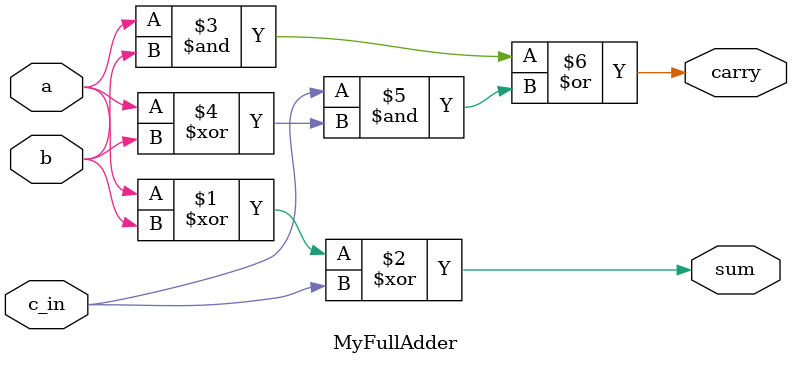
<source format=v>
module MyHalfAdder(input a, b, output sum, carry);
	 assign sum = a ^ b;
	 assign carry = a & b;
endmodule

module MyFullAdder(input a, b, c_in, output sum, carry);
	 assign sum = (a ^ b) ^ c_in;
	 assign carry = (a & b) | (c_in & (a ^ b));
endmodule

</source>
